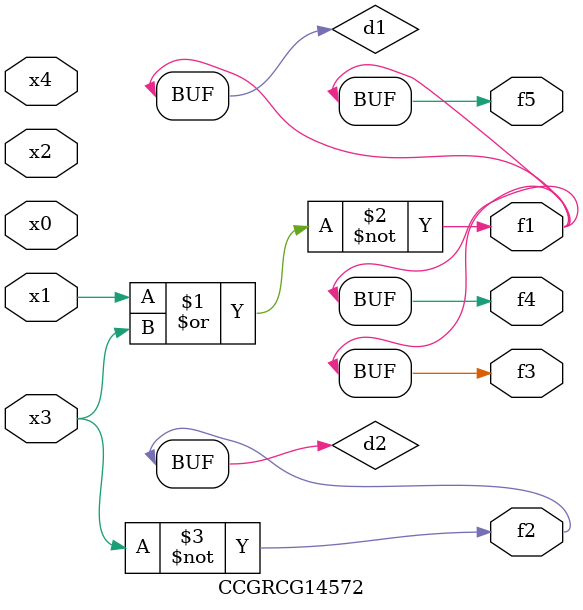
<source format=v>
module CCGRCG14572(
	input x0, x1, x2, x3, x4,
	output f1, f2, f3, f4, f5
);

	wire d1, d2;

	nor (d1, x1, x3);
	not (d2, x3);
	assign f1 = d1;
	assign f2 = d2;
	assign f3 = d1;
	assign f4 = d1;
	assign f5 = d1;
endmodule

</source>
